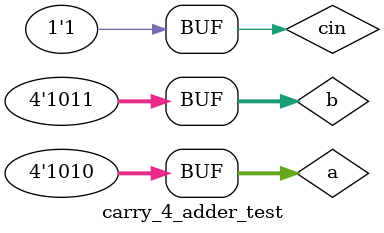
<source format=v>
module carry_4_adder_test;
  reg [3:0]a;
  reg [3:0]b;
  reg cin;
  wire [3:0]sum;
  wire carry;
  carry_4_adder dut(sum,carry,a,b,cin);
  initial begin 
    {a,b,cin}={4'b0,4'b0,1'b1};
#5  {a,b,cin}={4'b1,4'b1,1'b1};
#5  {a,b,cin}={4'b0010,4'b1010,1'b0};
#5  {a,b,cin}={4'b0011,4'b1100,1'b1};
#5  {a,b,cin}={4'd9,4'd8,1'b1};
#5  {a,b,cin}={4'ha,4'hb,1'b1};
  end 
  initial begin 
    $monitor("sim time=%0t,a=%b,b=%b,cin=%b,sum=%b,carry=%b",$time,a,b,cin,sum,carry);
    $dumpfile("dump.vcd");
      $dumpvars(1,carry_4_adder_test);
  end 
endmodule

</source>
